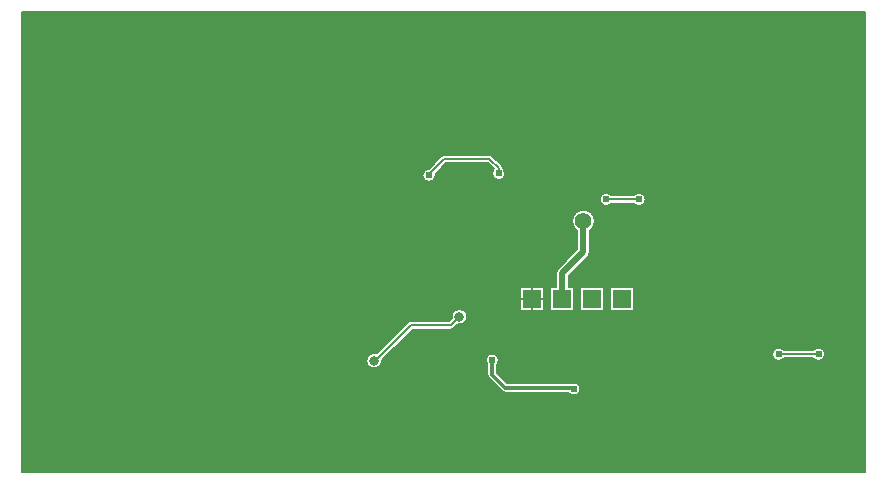
<source format=gbr>
G04 DesignSpark PCB Gerber Version 9.0 Build 5115 *
%FSLAX35Y35*%
%MOIN*%
%ADD76R,0.06000X0.06000*%
%ADD15C,0.00500*%
%ADD122C,0.00768*%
%ADD18C,0.00827*%
%ADD81C,0.01181*%
%ADD80C,0.01969*%
%ADD78C,0.02402*%
%ADD79C,0.03200*%
%ADD77C,0.05600*%
X0Y0D02*
D02*
D15*
X5762Y158222D02*
Y4974D01*
X286864*
Y158222*
X5762*
X149010Y56648D02*
G75*
G02X154246I2618D01*
G01*
G75*
G02X151090Y54086I-2618*
G01*
X149787Y52783*
G75*
G02X148774Y52362I-1014J1010*
G01*
X135981*
X125794Y42175*
G75*
G02X125801Y41982I-2609J-193*
G01*
G75*
G02X120565I-2618*
G01*
G75*
G02X124030Y44459I2618*
G01*
X134374Y54804*
G75*
G02X135388Y55224I1014J-1010*
G01*
X148181*
X149066Y56110*
G75*
G02X149010Y56648I2561J538*
G01*
X166150Y106079D02*
G75*
G02X166937Y104384I-1431J-1695D01*
G01*
G75*
G02X162500I-2219*
G01*
G75*
G02X162984Y105767I2219*
G01*
X160976Y107776*
X147201*
X143664Y104238*
G75*
G02X143709Y103793I-2174J-444*
G01*
G75*
G02X139272I-2219*
G01*
G75*
G02X141387Y106009I2219*
G01*
X145595Y110217*
G75*
G02X146608Y110638I1014J-1010*
G01*
X161569*
G75*
G02X162582Y110217I0J-1431*
G01*
X165729Y107070*
G75*
G02X166150Y106079I-1010J-1014*
G01*
X188763Y34535D02*
G75*
G02X191937Y32533I956J-2002D01*
G01*
G75*
G02X187862Y31319I-2219*
G01*
X166884*
G75*
G02X165746Y31791J1608*
G01*
X161417Y36120*
G75*
G02X160945Y37258I1136J1138*
G01*
Y40651*
G75*
G02X160335Y42179I1608J1528*
G01*
G75*
G02X164772I2219*
G01*
G75*
G02X164161Y40651I-2218*
G01*
Y37924*
X167550Y34535*
X188763*
X171921Y66472D02*
X179957D01*
Y58437*
X171921*
Y66472*
X189149Y88439D02*
G75*
G02X196784I3818D01*
G01*
G75*
G02X195126Y85291I-3818*
G01*
Y78163*
G75*
G02X194498Y76641I-2159*
G01*
X188098Y70187*
Y66472*
X189957*
Y58437*
X181921*
Y66472*
X183780*
Y71077*
G75*
G02X184407Y72599I2159*
G01*
X190807Y79053*
Y85291*
G75*
G02X189149Y88439I2159J3148*
G01*
X191921Y66472D02*
X199957D01*
Y58437*
X191921*
Y66472*
X209775Y97154D02*
G75*
G02X213689Y95722I1695J-1431D01*
G01*
G75*
G02X209775Y94291I-2219*
G01*
X202241*
G75*
G02X198327Y95722I-1695J1431*
G01*
G75*
G02X202241Y97154I2219*
G01*
X209775*
X201921Y66472D02*
X209957D01*
Y58437*
X201921*
Y66472*
X269618Y45579D02*
G75*
G02X273531Y44148I1695J-1431D01*
G01*
G75*
G02X269618Y42717I-2219*
G01*
X259721*
G75*
G02X255807Y44148I-1695J1431*
G01*
G75*
G02X259721Y45579I2219*
G01*
X269618*
X6012Y37356D02*
G36*
Y5224D01*
X286614*
Y37356*
X164729*
X167550Y34535*
X188763*
G75*
G02X191937Y32533I956J-2002*
G01*
G75*
G02X187862Y31319I-2219J0*
G01*
X166884*
G75*
G02X165746Y31791I0J1609*
G01*
X161417Y36120*
G75*
G02X160945Y37258I1137J1139*
G01*
Y37356*
X6012*
G37*
Y44148D02*
G36*
Y37356D01*
X160945*
Y40651*
G75*
G02X160335Y42179I1608J1528*
G01*
G75*
G02X161530Y44148I2219*
G01*
X127766*
X125794Y42175*
G75*
G02X125801Y41992I-2364J-183*
G01*
G75*
G02Y41982I-2344J-5*
G01*
G75*
G02X120565I-2618*
G01*
G75*
G02X121712Y44148I2618J0*
G01*
X6012*
G37*
X164161Y40651D02*
G36*
Y37924D01*
X164729Y37356*
X286614*
Y44148*
X273531*
G75*
G02X269618Y42717I-2219J0*
G01*
X259721*
G75*
G02X255807Y44148I-1695J1431*
G01*
X163576*
G75*
G02X164772Y42179I-1023J-1969*
G01*
G75*
G02X164161Y40651I-2218*
G01*
G37*
X6012Y49315D02*
G36*
Y44148D01*
X121712*
G75*
G02X124030Y44459I1471J-2165*
G01*
X128885Y49315*
X6012*
G37*
X132933D02*
G36*
X127766Y44148D01*
X161530*
G75*
G02X163576I1023J-1969*
G01*
X255807*
G75*
G02X259721Y45579I2219J0*
G01*
X269618*
G75*
G02X273531Y44148I1695J-1431*
G01*
X286614*
Y49315*
X132933*
G37*
X6012Y62455D02*
G36*
Y49315D01*
X128885*
X134374Y54804*
G75*
G02X135388Y55224I1013J-1009*
G01*
X148181*
X149066Y56110*
G75*
G02X149010Y56648I2586J541*
G01*
G75*
G02X154246I2618*
G01*
G75*
G02X151090Y54086I-2618*
G01*
X149787Y52783*
G75*
G02X148774Y52362I-1013J1009*
G01*
X135981*
X132933Y49315*
X286614*
Y62455*
X209957*
Y58437*
X201921*
Y62455*
X199957*
Y58437*
X191921*
Y62455*
X189957*
Y58437*
X181921*
Y62455*
X179957*
Y58437*
X171921*
Y62455*
X6012*
G37*
Y95722D02*
G36*
Y62455D01*
X171921*
Y66472*
X179957*
Y62455*
X181921*
Y66472*
X183780*
Y71077*
Y71077*
G75*
G02X184407Y72599I2159*
G01*
X190807Y79053*
Y85291*
G75*
G02X189149Y88439I2159J3148*
G01*
Y88439*
G75*
G02X196784I3818*
G01*
Y88439*
G75*
G02X195126Y85291I-3817*
G01*
Y78163*
Y78163*
G75*
G02X194498Y76641I-2159*
G01*
X188098Y70187*
Y66472*
X189957*
Y62455*
X191921*
Y66472*
X199957*
Y62455*
X201921*
Y66472*
X209957*
Y62455*
X286614*
Y95722*
X213689*
G75*
G02X209775Y94291I-2219J0*
G01*
X202241*
G75*
G02X198327Y95722I-1695J1431*
G01*
X6012*
G37*
Y106106D02*
G36*
Y95722D01*
X198327*
G75*
G02X202241Y97154I2219J0*
G01*
X209775*
G75*
G02X213689Y95722I1695J-1431*
G01*
X286614*
Y106106*
X166149*
G75*
G02X166150Y106079I-1434J-55*
G01*
G75*
G02X166937Y104385I-1430J-1694*
G01*
G75*
G02Y104384I-2506J0*
G01*
G75*
G02X162500I-2219*
G01*
G75*
G02Y104385I2256J1*
G01*
G75*
G02X162984Y105767I2215*
G01*
X162645Y106106*
X145532*
X143664Y104238*
G75*
G02X143709Y103798I-2139J-441*
G01*
G75*
G02Y103793I-2121J-2*
G01*
G75*
G02X139272I-2219*
G01*
G75*
G02X141387Y106009I2219*
G01*
X141484Y106106*
X6012*
G37*
Y157972D02*
G36*
Y106106D01*
X141484*
X145595Y110217*
G75*
G02X146608Y110638I1013J-1009*
G01*
X161569*
G75*
G02X162582Y110217J-1430*
G01*
X165729Y107070*
G75*
G02X166149Y106106I-1013J-1015*
G01*
X286614*
Y157972*
X6012*
G37*
X147201Y107776D02*
G36*
X145532Y106106D01*
X162645*
X160976Y107776*
X147201*
G37*
D02*
D18*
X123183Y41982D02*
X123577D01*
X135388Y53793*
X148774*
X151628Y56648*
X141490Y103793D02*
Y104089D01*
X146608Y109207*
X161569*
X164719Y106057*
Y104384*
X200545Y95722D02*
X211470D01*
X271313Y44148D02*
X258026D01*
D02*
D76*
X175939Y62455D03*
X185939D03*
X195939D03*
X205939D03*
D02*
D77*
X76136Y69148D03*
Y96116D03*
X135781Y23085D03*
X192967Y88439D03*
D02*
D78*
X124856Y34108D03*
X141490Y103793D03*
X159896Y103695D03*
X162553Y42179D03*
X164719Y104384D03*
X170821Y40407D03*
X184404Y36569D03*
X189719Y32533D03*
X197199Y51234D03*
X200545Y95722D03*
X203695Y126333D03*
X211470Y95722D03*
X212061Y91884D03*
X216884Y31254D03*
X224266Y34994D03*
X242179Y42671D03*
X243163Y68852D03*
X250742Y62848D03*
X253596Y29581D03*
X258026Y44148D03*
X259010Y149266D03*
X269344Y78793D03*
X271313Y44148D03*
X279778Y42376D03*
Y62258D03*
Y82337D03*
Y102612D03*
Y122494D03*
D02*
D79*
X123183Y41982D03*
X150447Y84502D03*
X151530Y41392D03*
X151628Y56648D03*
X166293Y84108D03*
X212061Y18656D03*
X246707D03*
D02*
D80*
X185939Y62455D02*
X185880D01*
Y71077*
X192967Y78163*
Y88439*
D02*
D81*
X162553Y42179D02*
Y37258D01*
X166884Y32927*
X189325*
X189719Y32533*
D02*
D122*
X173323Y62455D02*
X171787D01*
X175939Y59839D02*
Y58303D01*
Y65071D02*
Y66606D01*
X178555Y62455D02*
X180091D01*
X0Y0D02*
M02*

</source>
